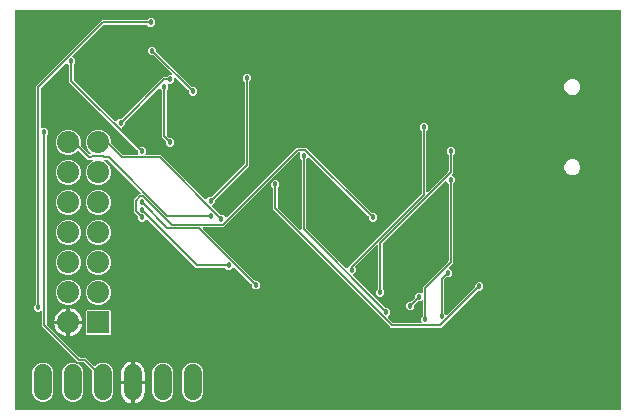
<source format=gbl>
G04 EAGLE Gerber RS-274X export*
G75*
%MOMM*%
%FSLAX34Y34*%
%LPD*%
%INBottom Copper*%
%IPPOS*%
%AMOC8*
5,1,8,0,0,1.08239X$1,22.5*%
G01*
%ADD10R,1.875000X1.875000*%
%ADD11C,1.875000*%
%ADD12C,1.524000*%
%ADD13C,0.457200*%
%ADD14C,0.127000*%

G36*
X514626Y510036D02*
X514626Y510036D01*
X514645Y510034D01*
X514747Y510056D01*
X514849Y510072D01*
X514866Y510082D01*
X514886Y510086D01*
X514975Y510139D01*
X515066Y510188D01*
X515080Y510202D01*
X515097Y510212D01*
X515164Y510291D01*
X515236Y510366D01*
X515244Y510384D01*
X515257Y510399D01*
X515296Y510495D01*
X515339Y510589D01*
X515341Y510609D01*
X515349Y510627D01*
X515367Y510794D01*
X515367Y848006D01*
X515364Y848026D01*
X515366Y848045D01*
X515344Y848147D01*
X515328Y848249D01*
X515318Y848266D01*
X515314Y848286D01*
X515261Y848375D01*
X515212Y848466D01*
X515198Y848480D01*
X515188Y848497D01*
X515109Y848564D01*
X515034Y848636D01*
X515016Y848644D01*
X515001Y848657D01*
X514905Y848696D01*
X514811Y848739D01*
X514791Y848741D01*
X514773Y848749D01*
X514606Y848767D01*
X2794Y848767D01*
X2774Y848764D01*
X2755Y848766D01*
X2653Y848744D01*
X2551Y848728D01*
X2534Y848718D01*
X2514Y848714D01*
X2425Y848661D01*
X2334Y848612D01*
X2320Y848598D01*
X2303Y848588D01*
X2236Y848509D01*
X2164Y848434D01*
X2156Y848416D01*
X2143Y848401D01*
X2104Y848305D01*
X2061Y848211D01*
X2059Y848191D01*
X2051Y848173D01*
X2033Y848006D01*
X2033Y510794D01*
X2036Y510774D01*
X2034Y510755D01*
X2056Y510653D01*
X2072Y510551D01*
X2082Y510534D01*
X2086Y510514D01*
X2139Y510425D01*
X2188Y510334D01*
X2202Y510320D01*
X2212Y510303D01*
X2291Y510236D01*
X2366Y510164D01*
X2384Y510156D01*
X2399Y510143D01*
X2495Y510104D01*
X2589Y510061D01*
X2609Y510059D01*
X2627Y510051D01*
X2794Y510033D01*
X514606Y510033D01*
X514626Y510036D01*
G37*
%LPC*%
G36*
X74432Y516889D02*
X74432Y516889D01*
X71164Y518243D01*
X68663Y520744D01*
X67309Y524012D01*
X67309Y542814D01*
X67322Y542869D01*
X67351Y542982D01*
X67350Y542988D01*
X67352Y542994D01*
X67341Y543111D01*
X67331Y543227D01*
X67329Y543233D01*
X67328Y543239D01*
X67280Y543347D01*
X67235Y543454D01*
X67231Y543459D01*
X67229Y543464D01*
X67216Y543478D01*
X67130Y543585D01*
X60394Y550321D01*
X60320Y550374D01*
X60250Y550434D01*
X60220Y550446D01*
X60194Y550465D01*
X60107Y550492D01*
X60022Y550526D01*
X59981Y550530D01*
X59959Y550537D01*
X59927Y550536D01*
X59855Y550544D01*
X55091Y550544D01*
X53751Y551884D01*
X24764Y580871D01*
X24764Y593206D01*
X24753Y593277D01*
X24751Y593349D01*
X24733Y593398D01*
X24725Y593449D01*
X24691Y593513D01*
X24666Y593580D01*
X24634Y593621D01*
X24609Y593667D01*
X24558Y593716D01*
X24513Y593772D01*
X24469Y593800D01*
X24431Y593836D01*
X24366Y593866D01*
X24306Y593905D01*
X24255Y593918D01*
X24208Y593940D01*
X24137Y593948D01*
X24067Y593965D01*
X24015Y593961D01*
X23964Y593967D01*
X23893Y593951D01*
X23822Y593946D01*
X23774Y593926D01*
X23723Y593914D01*
X23662Y593878D01*
X23596Y593850D01*
X23540Y593805D01*
X23512Y593788D01*
X23497Y593771D01*
X23465Y593745D01*
X23063Y593343D01*
X20117Y593343D01*
X18033Y595427D01*
X18033Y598373D01*
X19461Y599801D01*
X19514Y599875D01*
X19574Y599945D01*
X19586Y599975D01*
X19605Y600001D01*
X19632Y600088D01*
X19666Y600173D01*
X19670Y600214D01*
X19677Y600236D01*
X19676Y600268D01*
X19684Y600340D01*
X19684Y784379D01*
X75411Y840106D01*
X113400Y840106D01*
X113491Y840120D01*
X113581Y840128D01*
X113611Y840140D01*
X113643Y840145D01*
X113724Y840188D01*
X113808Y840224D01*
X113840Y840250D01*
X113861Y840261D01*
X113883Y840284D01*
X113939Y840329D01*
X115367Y841757D01*
X118313Y841757D01*
X120397Y839673D01*
X120397Y836727D01*
X118313Y834643D01*
X115367Y834643D01*
X113939Y836071D01*
X113865Y836124D01*
X113795Y836184D01*
X113765Y836196D01*
X113739Y836215D01*
X113652Y836242D01*
X113567Y836276D01*
X113526Y836280D01*
X113504Y836287D01*
X113472Y836286D01*
X113400Y836294D01*
X77305Y836294D01*
X77215Y836280D01*
X77124Y836272D01*
X77094Y836260D01*
X77062Y836255D01*
X76981Y836212D01*
X76897Y836176D01*
X76865Y836150D01*
X76845Y836139D01*
X76822Y836116D01*
X76766Y836071D01*
X50731Y810036D01*
X50690Y809978D01*
X50640Y809926D01*
X50618Y809879D01*
X50588Y809837D01*
X50567Y809768D01*
X50537Y809703D01*
X50531Y809651D01*
X50515Y809601D01*
X50517Y809530D01*
X50509Y809459D01*
X50520Y809408D01*
X50522Y809356D01*
X50546Y809288D01*
X50562Y809218D01*
X50588Y809173D01*
X50606Y809125D01*
X50651Y809069D01*
X50688Y809007D01*
X50727Y808973D01*
X50760Y808933D01*
X50820Y808894D01*
X50875Y808847D01*
X50905Y808835D01*
X53087Y806653D01*
X53087Y803707D01*
X51659Y802279D01*
X51606Y802205D01*
X51546Y802135D01*
X51534Y802105D01*
X51515Y802079D01*
X51488Y801992D01*
X51454Y801907D01*
X51450Y801866D01*
X51443Y801844D01*
X51444Y801812D01*
X51436Y801740D01*
X51436Y789775D01*
X51450Y789685D01*
X51458Y789594D01*
X51470Y789564D01*
X51475Y789532D01*
X51518Y789451D01*
X51554Y789367D01*
X51580Y789335D01*
X51591Y789315D01*
X51614Y789292D01*
X51659Y789236D01*
X86584Y754311D01*
X86642Y754270D01*
X86694Y754220D01*
X86741Y754198D01*
X86783Y754168D01*
X86852Y754147D01*
X86917Y754117D01*
X86969Y754111D01*
X87019Y754095D01*
X87090Y754097D01*
X87161Y754089D01*
X87212Y754100D01*
X87264Y754102D01*
X87332Y754126D01*
X87402Y754142D01*
X87447Y754168D01*
X87495Y754186D01*
X87551Y754231D01*
X87613Y754268D01*
X87647Y754307D01*
X87687Y754340D01*
X87726Y754400D01*
X87773Y754455D01*
X87785Y754485D01*
X89967Y756667D01*
X91986Y756667D01*
X92076Y756681D01*
X92167Y756689D01*
X92197Y756701D01*
X92229Y756706D01*
X92310Y756749D01*
X92394Y756785D01*
X92426Y756811D01*
X92446Y756822D01*
X92456Y756832D01*
X92457Y756833D01*
X92471Y756847D01*
X92525Y756890D01*
X127481Y791846D01*
X129910Y791846D01*
X130001Y791860D01*
X130091Y791868D01*
X130121Y791880D01*
X130153Y791885D01*
X130234Y791928D01*
X130318Y791964D01*
X130350Y791990D01*
X130371Y792001D01*
X130393Y792024D01*
X130449Y792069D01*
X131877Y793497D01*
X134150Y793497D01*
X134221Y793508D01*
X134293Y793510D01*
X134342Y793528D01*
X134393Y793536D01*
X134456Y793570D01*
X134524Y793595D01*
X134564Y793627D01*
X134610Y793652D01*
X134660Y793704D01*
X134716Y793748D01*
X134744Y793792D01*
X134780Y793830D01*
X134810Y793895D01*
X134849Y793955D01*
X134862Y794006D01*
X134883Y794053D01*
X134891Y794124D01*
X134909Y794194D01*
X134905Y794246D01*
X134911Y794297D01*
X134895Y794368D01*
X134890Y794439D01*
X134869Y794487D01*
X134858Y794538D01*
X134821Y794599D01*
X134793Y794665D01*
X134749Y794721D01*
X134732Y794749D01*
X134714Y794764D01*
X134689Y794796D01*
X119195Y810290D01*
X119121Y810343D01*
X119051Y810403D01*
X119021Y810415D01*
X118995Y810434D01*
X118908Y810461D01*
X118823Y810495D01*
X118782Y810499D01*
X118760Y810506D01*
X118728Y810505D01*
X118656Y810513D01*
X116637Y810513D01*
X114553Y812597D01*
X114553Y815543D01*
X116637Y817627D01*
X119583Y817627D01*
X121667Y815543D01*
X121667Y813524D01*
X121681Y813434D01*
X121689Y813343D01*
X121701Y813313D01*
X121706Y813281D01*
X121749Y813200D01*
X121785Y813116D01*
X121811Y813084D01*
X121822Y813064D01*
X121845Y813041D01*
X121890Y812985D01*
X151315Y783560D01*
X151389Y783507D01*
X151459Y783447D01*
X151489Y783435D01*
X151515Y783416D01*
X151602Y783389D01*
X151687Y783355D01*
X151728Y783351D01*
X151750Y783344D01*
X151782Y783345D01*
X151854Y783337D01*
X153873Y783337D01*
X155957Y781253D01*
X155957Y778307D01*
X153873Y776223D01*
X150927Y776223D01*
X148843Y778307D01*
X148843Y780326D01*
X148829Y780416D01*
X148821Y780507D01*
X148809Y780537D01*
X148804Y780569D01*
X148761Y780650D01*
X148725Y780734D01*
X148699Y780766D01*
X148688Y780786D01*
X148665Y780809D01*
X148620Y780865D01*
X138206Y791279D01*
X138148Y791320D01*
X138096Y791370D01*
X138049Y791392D01*
X138007Y791422D01*
X137938Y791443D01*
X137873Y791473D01*
X137821Y791479D01*
X137771Y791495D01*
X137700Y791493D01*
X137629Y791501D01*
X137578Y791490D01*
X137526Y791488D01*
X137458Y791464D01*
X137388Y791448D01*
X137343Y791422D01*
X137295Y791404D01*
X137239Y791359D01*
X137177Y791322D01*
X137143Y791283D01*
X137103Y791250D01*
X137064Y791190D01*
X137017Y791135D01*
X136998Y791087D01*
X136970Y791043D01*
X136952Y790974D01*
X136925Y790907D01*
X136917Y790836D01*
X136909Y790805D01*
X136911Y790781D01*
X136907Y790740D01*
X136907Y788467D01*
X134823Y786383D01*
X132345Y786383D01*
X132274Y786372D01*
X132202Y786370D01*
X132153Y786352D01*
X132102Y786344D01*
X132038Y786310D01*
X131971Y786285D01*
X131930Y786253D01*
X131884Y786228D01*
X131835Y786177D01*
X131779Y786132D01*
X131751Y786088D01*
X131715Y786050D01*
X131685Y785985D01*
X131646Y785925D01*
X131633Y785874D01*
X131611Y785827D01*
X131603Y785756D01*
X131586Y785686D01*
X131590Y785634D01*
X131584Y785583D01*
X131600Y785512D01*
X131605Y785441D01*
X131625Y785393D01*
X131637Y785342D01*
X131673Y785281D01*
X131701Y785215D01*
X131746Y785159D01*
X131763Y785131D01*
X131777Y785119D01*
X131780Y785114D01*
X131787Y785108D01*
X131806Y785084D01*
X131827Y785063D01*
X131827Y782117D01*
X130399Y780689D01*
X130346Y780615D01*
X130286Y780545D01*
X130274Y780515D01*
X130255Y780489D01*
X130228Y780402D01*
X130194Y780317D01*
X130190Y780276D01*
X130183Y780254D01*
X130184Y780222D01*
X130176Y780150D01*
X130176Y742785D01*
X130190Y742695D01*
X130198Y742604D01*
X130210Y742574D01*
X130215Y742542D01*
X130258Y742461D01*
X130294Y742377D01*
X130320Y742345D01*
X130331Y742325D01*
X130354Y742302D01*
X130399Y742246D01*
X132265Y740380D01*
X132339Y740327D01*
X132409Y740267D01*
X132439Y740255D01*
X132465Y740236D01*
X132552Y740209D01*
X132637Y740175D01*
X132678Y740171D01*
X132700Y740164D01*
X132732Y740165D01*
X132804Y740157D01*
X134823Y740157D01*
X136907Y738073D01*
X136907Y735127D01*
X134823Y733043D01*
X131877Y733043D01*
X129793Y735127D01*
X129793Y737146D01*
X129779Y737236D01*
X129771Y737327D01*
X129759Y737357D01*
X129754Y737389D01*
X129711Y737470D01*
X129675Y737554D01*
X129649Y737586D01*
X129638Y737606D01*
X129615Y737629D01*
X129570Y737685D01*
X126364Y740891D01*
X126364Y780150D01*
X126350Y780241D01*
X126342Y780331D01*
X126330Y780361D01*
X126325Y780393D01*
X126282Y780474D01*
X126246Y780558D01*
X126220Y780590D01*
X126209Y780611D01*
X126186Y780633D01*
X126141Y780689D01*
X124621Y782209D01*
X124615Y782224D01*
X124583Y782264D01*
X124558Y782310D01*
X124506Y782360D01*
X124462Y782416D01*
X124418Y782444D01*
X124380Y782480D01*
X124315Y782510D01*
X124255Y782549D01*
X124204Y782562D01*
X124157Y782583D01*
X124086Y782591D01*
X124016Y782609D01*
X123964Y782605D01*
X123913Y782611D01*
X123842Y782595D01*
X123771Y782590D01*
X123723Y782569D01*
X123672Y782558D01*
X123611Y782521D01*
X123545Y782493D01*
X123489Y782449D01*
X123461Y782432D01*
X123446Y782414D01*
X123414Y782389D01*
X95220Y754195D01*
X95167Y754121D01*
X95107Y754051D01*
X95095Y754021D01*
X95076Y753995D01*
X95049Y753908D01*
X95015Y753823D01*
X95011Y753782D01*
X95004Y753760D01*
X95005Y753728D01*
X94997Y753656D01*
X94997Y751637D01*
X92821Y749461D01*
X92806Y749455D01*
X92766Y749423D01*
X92720Y749398D01*
X92670Y749346D01*
X92614Y749302D01*
X92586Y749258D01*
X92550Y749220D01*
X92520Y749155D01*
X92481Y749095D01*
X92468Y749044D01*
X92447Y748997D01*
X92439Y748926D01*
X92421Y748856D01*
X92425Y748804D01*
X92419Y748753D01*
X92435Y748682D01*
X92440Y748611D01*
X92461Y748563D01*
X92472Y748512D01*
X92509Y748451D01*
X92537Y748385D01*
X92581Y748329D01*
X92598Y748301D01*
X92616Y748286D01*
X92641Y748254D01*
X108135Y732760D01*
X108209Y732707D01*
X108279Y732647D01*
X108309Y732635D01*
X108335Y732616D01*
X108422Y732589D01*
X108507Y732555D01*
X108548Y732551D01*
X108570Y732544D01*
X108602Y732545D01*
X108674Y732537D01*
X110693Y732537D01*
X112777Y730453D01*
X112777Y727507D01*
X112375Y727105D01*
X112333Y727047D01*
X112284Y726995D01*
X112262Y726948D01*
X112232Y726906D01*
X112211Y726837D01*
X112180Y726772D01*
X112175Y726720D01*
X112159Y726670D01*
X112161Y726599D01*
X112153Y726528D01*
X112164Y726477D01*
X112166Y726425D01*
X112190Y726357D01*
X112206Y726287D01*
X112232Y726242D01*
X112250Y726194D01*
X112295Y726138D01*
X112332Y726076D01*
X112371Y726042D01*
X112404Y726002D01*
X112464Y725963D01*
X112519Y725916D01*
X112567Y725897D01*
X112611Y725869D01*
X112680Y725851D01*
X112747Y725824D01*
X112818Y725816D01*
X112849Y725808D01*
X112873Y725810D01*
X112914Y725806D01*
X125249Y725806D01*
X126589Y724466D01*
X162784Y688271D01*
X162842Y688230D01*
X162894Y688180D01*
X162941Y688158D01*
X162983Y688128D01*
X163052Y688107D01*
X163117Y688077D01*
X163169Y688071D01*
X163219Y688055D01*
X163290Y688057D01*
X163361Y688049D01*
X163412Y688060D01*
X163464Y688062D01*
X163532Y688086D01*
X163602Y688102D01*
X163647Y688128D01*
X163695Y688146D01*
X163751Y688191D01*
X163813Y688228D01*
X163847Y688267D01*
X163887Y688300D01*
X163926Y688360D01*
X163973Y688415D01*
X163985Y688445D01*
X166167Y690627D01*
X168186Y690627D01*
X168276Y690641D01*
X168367Y690649D01*
X168397Y690661D01*
X168429Y690666D01*
X168510Y690709D01*
X168594Y690745D01*
X168626Y690771D01*
X168646Y690782D01*
X168669Y690805D01*
X168725Y690850D01*
X195991Y718116D01*
X196039Y718183D01*
X196043Y718187D01*
X196045Y718191D01*
X196104Y718260D01*
X196116Y718290D01*
X196135Y718316D01*
X196162Y718403D01*
X196196Y718488D01*
X196200Y718529D01*
X196207Y718551D01*
X196206Y718583D01*
X196214Y718655D01*
X196214Y787770D01*
X196200Y787861D01*
X196192Y787951D01*
X196180Y787981D01*
X196175Y788013D01*
X196132Y788094D01*
X196096Y788178D01*
X196070Y788210D01*
X196059Y788231D01*
X196036Y788253D01*
X195991Y788309D01*
X194563Y789737D01*
X194563Y792683D01*
X196647Y794767D01*
X199593Y794767D01*
X201677Y792683D01*
X201677Y789737D01*
X200249Y788309D01*
X200196Y788235D01*
X200136Y788165D01*
X200124Y788135D01*
X200105Y788109D01*
X200078Y788022D01*
X200044Y787937D01*
X200040Y787896D01*
X200033Y787874D01*
X200034Y787842D01*
X200026Y787770D01*
X200026Y716761D01*
X171420Y688155D01*
X171367Y688081D01*
X171307Y688011D01*
X171295Y687981D01*
X171276Y687955D01*
X171249Y687868D01*
X171215Y687783D01*
X171211Y687742D01*
X171204Y687720D01*
X171205Y687688D01*
X171197Y687616D01*
X171197Y685597D01*
X169021Y683421D01*
X169006Y683415D01*
X168965Y683383D01*
X168920Y683358D01*
X168870Y683307D01*
X168814Y683262D01*
X168786Y683218D01*
X168750Y683180D01*
X168720Y683115D01*
X168681Y683055D01*
X168668Y683004D01*
X168647Y682957D01*
X168639Y682886D01*
X168621Y682816D01*
X168625Y682764D01*
X168619Y682713D01*
X168635Y682642D01*
X168640Y682571D01*
X168661Y682523D01*
X168672Y682472D01*
X168709Y682411D01*
X168737Y682345D01*
X168781Y682289D01*
X168798Y682261D01*
X168816Y682246D01*
X168841Y682214D01*
X175445Y675610D01*
X175519Y675557D01*
X175589Y675497D01*
X175619Y675485D01*
X175645Y675466D01*
X175732Y675439D01*
X175817Y675405D01*
X175858Y675401D01*
X175880Y675394D01*
X175912Y675395D01*
X175984Y675387D01*
X178003Y675387D01*
X180179Y673211D01*
X180185Y673196D01*
X180217Y673156D01*
X180242Y673110D01*
X180294Y673060D01*
X180338Y673004D01*
X180382Y672976D01*
X180420Y672940D01*
X180485Y672910D01*
X180545Y672871D01*
X180596Y672858D01*
X180643Y672837D01*
X180714Y672829D01*
X180784Y672811D01*
X180836Y672815D01*
X180887Y672809D01*
X180958Y672825D01*
X181029Y672830D01*
X181077Y672851D01*
X181128Y672862D01*
X181189Y672899D01*
X181255Y672927D01*
X181311Y672971D01*
X181339Y672988D01*
X181354Y673006D01*
X181386Y673031D01*
X240511Y732156D01*
X248439Y732156D01*
X249779Y730817D01*
X249779Y730816D01*
X303715Y676880D01*
X303789Y676827D01*
X303859Y676767D01*
X303889Y676755D01*
X303915Y676736D01*
X304002Y676709D01*
X304087Y676675D01*
X304128Y676671D01*
X304150Y676664D01*
X304182Y676665D01*
X304254Y676657D01*
X306273Y676657D01*
X308357Y674573D01*
X308357Y671627D01*
X306273Y669543D01*
X303327Y669543D01*
X301243Y671627D01*
X301243Y673646D01*
X301229Y673736D01*
X301221Y673827D01*
X301209Y673857D01*
X301204Y673889D01*
X301161Y673970D01*
X301125Y674054D01*
X301099Y674086D01*
X301088Y674106D01*
X301065Y674129D01*
X301020Y674185D01*
X251236Y723969D01*
X251178Y724010D01*
X251126Y724060D01*
X251079Y724082D01*
X251037Y724112D01*
X250968Y724133D01*
X250903Y724163D01*
X250851Y724169D01*
X250801Y724185D01*
X250730Y724183D01*
X250659Y724191D01*
X250608Y724180D01*
X250556Y724178D01*
X250488Y724154D01*
X250418Y724138D01*
X250374Y724112D01*
X250325Y724094D01*
X250269Y724049D01*
X250207Y724012D01*
X250173Y723973D01*
X250133Y723940D01*
X250094Y723880D01*
X250047Y723825D01*
X250035Y723795D01*
X248509Y722269D01*
X248456Y722195D01*
X248396Y722125D01*
X248384Y722095D01*
X248365Y722069D01*
X248338Y721982D01*
X248304Y721897D01*
X248300Y721856D01*
X248293Y721834D01*
X248294Y721802D01*
X248286Y721730D01*
X248286Y664045D01*
X248300Y663955D01*
X248308Y663864D01*
X248320Y663834D01*
X248325Y663802D01*
X248368Y663721D01*
X248404Y663637D01*
X248430Y663605D01*
X248441Y663585D01*
X248464Y663562D01*
X248509Y663506D01*
X282164Y629851D01*
X282222Y629810D01*
X282274Y629760D01*
X282321Y629738D01*
X282363Y629708D01*
X282432Y629687D01*
X282497Y629657D01*
X282549Y629651D01*
X282599Y629635D01*
X282670Y629637D01*
X282741Y629629D01*
X282792Y629640D01*
X282844Y629642D01*
X282912Y629666D01*
X282982Y629682D01*
X283027Y629708D01*
X283075Y629726D01*
X283131Y629771D01*
X283193Y629808D01*
X283227Y629847D01*
X283267Y629880D01*
X283306Y629940D01*
X283353Y629995D01*
X283365Y630025D01*
X284891Y631551D01*
X284944Y631625D01*
X285004Y631695D01*
X285016Y631725D01*
X285035Y631751D01*
X285062Y631838D01*
X285096Y631923D01*
X285100Y631964D01*
X285101Y631966D01*
X286453Y633319D01*
X286454Y633319D01*
X345851Y692716D01*
X345904Y692790D01*
X345964Y692860D01*
X345976Y692890D01*
X345995Y692916D01*
X346022Y693003D01*
X346056Y693088D01*
X346060Y693129D01*
X346067Y693151D01*
X346066Y693183D01*
X346074Y693255D01*
X346074Y745860D01*
X346060Y745951D01*
X346052Y746041D01*
X346040Y746071D01*
X346035Y746103D01*
X345992Y746184D01*
X345956Y746268D01*
X345930Y746300D01*
X345919Y746321D01*
X345896Y746343D01*
X345851Y746399D01*
X344423Y747827D01*
X344423Y750773D01*
X346507Y752857D01*
X349453Y752857D01*
X351537Y750773D01*
X351537Y747827D01*
X350109Y746399D01*
X350056Y746325D01*
X349996Y746255D01*
X349984Y746225D01*
X349965Y746199D01*
X349938Y746112D01*
X349904Y746027D01*
X349900Y745986D01*
X349893Y745964D01*
X349894Y745932D01*
X349886Y745860D01*
X349886Y694779D01*
X349897Y694708D01*
X349899Y694636D01*
X349917Y694587D01*
X349925Y694536D01*
X349959Y694473D01*
X349984Y694405D01*
X350016Y694365D01*
X350041Y694319D01*
X350093Y694269D01*
X350137Y694213D01*
X350181Y694185D01*
X350219Y694149D01*
X350284Y694119D01*
X350344Y694080D01*
X350395Y694067D01*
X350442Y694046D01*
X350513Y694038D01*
X350583Y694020D01*
X350635Y694024D01*
X350686Y694018D01*
X350757Y694034D01*
X350828Y694039D01*
X350876Y694060D01*
X350927Y694071D01*
X350988Y694108D01*
X351054Y694136D01*
X351110Y694180D01*
X351138Y694197D01*
X351153Y694215D01*
X351185Y694240D01*
X368711Y711766D01*
X368764Y711840D01*
X368824Y711910D01*
X368836Y711940D01*
X368855Y711966D01*
X368882Y712053D01*
X368916Y712138D01*
X368920Y712179D01*
X368927Y712201D01*
X368926Y712233D01*
X368934Y712305D01*
X368934Y725540D01*
X368920Y725631D01*
X368912Y725721D01*
X368900Y725751D01*
X368895Y725783D01*
X368852Y725864D01*
X368816Y725948D01*
X368790Y725980D01*
X368779Y726001D01*
X368756Y726023D01*
X368711Y726079D01*
X367283Y727507D01*
X367283Y730453D01*
X369367Y732537D01*
X372313Y732537D01*
X374397Y730453D01*
X374397Y727507D01*
X372969Y726079D01*
X372916Y726005D01*
X372856Y725935D01*
X372844Y725905D01*
X372825Y725879D01*
X372798Y725792D01*
X372764Y725707D01*
X372760Y725666D01*
X372753Y725644D01*
X372754Y725612D01*
X372746Y725540D01*
X372746Y710411D01*
X372041Y709706D01*
X372000Y709648D01*
X371950Y709596D01*
X371928Y709549D01*
X371898Y709507D01*
X371877Y709438D01*
X371847Y709373D01*
X371841Y709321D01*
X371825Y709271D01*
X371827Y709200D01*
X371819Y709129D01*
X371830Y709078D01*
X371832Y709026D01*
X371856Y708958D01*
X371872Y708888D01*
X371898Y708843D01*
X371916Y708795D01*
X371961Y708739D01*
X371998Y708677D01*
X372037Y708643D01*
X372070Y708603D01*
X372130Y708564D01*
X372185Y708517D01*
X372215Y708505D01*
X374397Y706323D01*
X374397Y703377D01*
X372969Y701949D01*
X372916Y701875D01*
X372856Y701805D01*
X372844Y701775D01*
X372825Y701749D01*
X372798Y701662D01*
X372764Y701577D01*
X372760Y701536D01*
X372753Y701514D01*
X372754Y701482D01*
X372746Y701410D01*
X372746Y634211D01*
X369501Y630966D01*
X369460Y630908D01*
X369410Y630856D01*
X369388Y630809D01*
X369358Y630767D01*
X369337Y630698D01*
X369307Y630633D01*
X369301Y630581D01*
X369285Y630531D01*
X369287Y630460D01*
X369279Y630389D01*
X369290Y630338D01*
X369292Y630286D01*
X369316Y630218D01*
X369332Y630148D01*
X369358Y630103D01*
X369376Y630055D01*
X369421Y629999D01*
X369458Y629937D01*
X369497Y629903D01*
X369530Y629863D01*
X369590Y629824D01*
X369645Y629777D01*
X369675Y629765D01*
X371857Y627583D01*
X371857Y624637D01*
X369773Y622553D01*
X367754Y622553D01*
X367664Y622539D01*
X367573Y622531D01*
X367543Y622519D01*
X367511Y622514D01*
X367430Y622471D01*
X367346Y622435D01*
X367314Y622409D01*
X367294Y622398D01*
X367271Y622375D01*
X367215Y622330D01*
X365349Y620464D01*
X365296Y620390D01*
X365236Y620320D01*
X365224Y620290D01*
X365205Y620264D01*
X365178Y620177D01*
X365144Y620092D01*
X365140Y620051D01*
X365133Y620029D01*
X365134Y619997D01*
X365126Y619925D01*
X365126Y592720D01*
X365140Y592629D01*
X365148Y592539D01*
X365160Y592509D01*
X365165Y592477D01*
X365208Y592396D01*
X365244Y592312D01*
X365270Y592280D01*
X365281Y592259D01*
X365304Y592237D01*
X365349Y592181D01*
X366869Y590661D01*
X366875Y590646D01*
X366907Y590606D01*
X366932Y590560D01*
X366984Y590510D01*
X367028Y590454D01*
X367072Y590426D01*
X367110Y590390D01*
X367175Y590360D01*
X367235Y590321D01*
X367286Y590308D01*
X367333Y590287D01*
X367404Y590279D01*
X367474Y590261D01*
X367526Y590265D01*
X367577Y590259D01*
X367648Y590275D01*
X367719Y590280D01*
X367767Y590301D01*
X367818Y590312D01*
X367879Y590349D01*
X367945Y590377D01*
X368001Y590421D01*
X368029Y590438D01*
X368044Y590456D01*
X368076Y590481D01*
X391190Y613595D01*
X391243Y613669D01*
X391303Y613739D01*
X391315Y613769D01*
X391334Y613795D01*
X391361Y613882D01*
X391395Y613967D01*
X391399Y614008D01*
X391406Y614030D01*
X391405Y614062D01*
X391413Y614134D01*
X391413Y616153D01*
X393497Y618237D01*
X396443Y618237D01*
X398527Y616153D01*
X398527Y613207D01*
X396443Y611123D01*
X394424Y611123D01*
X394334Y611109D01*
X394243Y611101D01*
X394213Y611089D01*
X394181Y611084D01*
X394100Y611041D01*
X394016Y611005D01*
X393984Y610979D01*
X393964Y610968D01*
X393941Y610945D01*
X393885Y610900D01*
X362739Y579754D01*
X320521Y579754D01*
X220344Y679931D01*
X220344Y697600D01*
X220330Y697691D01*
X220322Y697781D01*
X220310Y697811D01*
X220305Y697843D01*
X220262Y697924D01*
X220226Y698008D01*
X220200Y698040D01*
X220189Y698061D01*
X220166Y698083D01*
X220121Y698139D01*
X218693Y699567D01*
X218693Y702513D01*
X220777Y704597D01*
X223723Y704597D01*
X225807Y702513D01*
X225807Y699567D01*
X224379Y698139D01*
X224326Y698065D01*
X224266Y697995D01*
X224254Y697965D01*
X224235Y697939D01*
X224208Y697852D01*
X224174Y697767D01*
X224170Y697726D01*
X224163Y697704D01*
X224164Y697672D01*
X224156Y697600D01*
X224156Y681825D01*
X224170Y681735D01*
X224178Y681644D01*
X224190Y681614D01*
X224195Y681582D01*
X224238Y681501D01*
X224274Y681417D01*
X224300Y681385D01*
X224311Y681365D01*
X224334Y681342D01*
X224379Y681286D01*
X243175Y662490D01*
X243233Y662449D01*
X243285Y662399D01*
X243332Y662377D01*
X243374Y662347D01*
X243443Y662326D01*
X243508Y662296D01*
X243560Y662290D01*
X243610Y662274D01*
X243681Y662276D01*
X243752Y662268D01*
X243803Y662279D01*
X243855Y662281D01*
X243923Y662305D01*
X243993Y662321D01*
X244038Y662347D01*
X244086Y662365D01*
X244142Y662410D01*
X244204Y662447D01*
X244238Y662486D01*
X244278Y662519D01*
X244317Y662579D01*
X244364Y662634D01*
X244383Y662682D01*
X244411Y662726D01*
X244429Y662795D01*
X244456Y662862D01*
X244464Y662933D01*
X244472Y662964D01*
X244470Y662988D01*
X244474Y663029D01*
X244474Y721730D01*
X244460Y721821D01*
X244452Y721911D01*
X244440Y721941D01*
X244435Y721973D01*
X244392Y722054D01*
X244356Y722138D01*
X244330Y722170D01*
X244319Y722191D01*
X244296Y722213D01*
X244251Y722269D01*
X242823Y723697D01*
X242823Y726643D01*
X243225Y727045D01*
X243267Y727103D01*
X243316Y727155D01*
X243338Y727202D01*
X243368Y727244D01*
X243389Y727313D01*
X243420Y727378D01*
X243425Y727430D01*
X243441Y727480D01*
X243439Y727551D01*
X243447Y727622D01*
X243436Y727673D01*
X243434Y727725D01*
X243410Y727793D01*
X243394Y727863D01*
X243368Y727908D01*
X243350Y727956D01*
X243305Y728012D01*
X243268Y728074D01*
X243229Y728108D01*
X243196Y728148D01*
X243136Y728187D01*
X243081Y728234D01*
X243033Y728253D01*
X242989Y728281D01*
X242920Y728299D01*
X242853Y728326D01*
X242782Y728334D01*
X242751Y728342D01*
X242727Y728340D01*
X242686Y728344D01*
X242405Y728344D01*
X242315Y728330D01*
X242224Y728322D01*
X242194Y728310D01*
X242162Y728305D01*
X242081Y728262D01*
X241997Y728226D01*
X241965Y728200D01*
X241945Y728189D01*
X241922Y728166D01*
X241866Y728121D01*
X178589Y664844D01*
X161379Y664844D01*
X161308Y664833D01*
X161236Y664831D01*
X161187Y664813D01*
X161136Y664805D01*
X161073Y664771D01*
X161005Y664746D01*
X160965Y664714D01*
X160919Y664689D01*
X160869Y664637D01*
X160813Y664593D01*
X160785Y664549D01*
X160749Y664511D01*
X160719Y664446D01*
X160680Y664386D01*
X160667Y664335D01*
X160646Y664288D01*
X160638Y664217D01*
X160620Y664147D01*
X160624Y664095D01*
X160618Y664044D01*
X160634Y663973D01*
X160639Y663902D01*
X160660Y663854D01*
X160671Y663803D01*
X160708Y663742D01*
X160736Y663676D01*
X160780Y663620D01*
X160797Y663592D01*
X160815Y663577D01*
X160840Y663545D01*
X204655Y619730D01*
X204729Y619677D01*
X204799Y619617D01*
X204829Y619605D01*
X204855Y619586D01*
X204942Y619559D01*
X205027Y619525D01*
X205068Y619521D01*
X205090Y619514D01*
X205122Y619515D01*
X205194Y619507D01*
X207213Y619507D01*
X209297Y617423D01*
X209297Y614477D01*
X207213Y612393D01*
X204267Y612393D01*
X202183Y614477D01*
X202183Y616496D01*
X202169Y616586D01*
X202161Y616677D01*
X202149Y616707D01*
X202144Y616739D01*
X202101Y616820D01*
X202065Y616904D01*
X202039Y616936D01*
X202028Y616956D01*
X202005Y616979D01*
X201960Y617035D01*
X187736Y631259D01*
X187678Y631300D01*
X187626Y631350D01*
X187579Y631372D01*
X187537Y631402D01*
X187468Y631423D01*
X187403Y631453D01*
X187351Y631459D01*
X187301Y631475D01*
X187230Y631473D01*
X187159Y631481D01*
X187108Y631470D01*
X187056Y631468D01*
X186988Y631444D01*
X186918Y631428D01*
X186873Y631402D01*
X186825Y631384D01*
X186769Y631339D01*
X186707Y631302D01*
X186673Y631263D01*
X186633Y631230D01*
X186594Y631170D01*
X186547Y631115D01*
X186535Y631085D01*
X184353Y628903D01*
X181407Y628903D01*
X179979Y630331D01*
X179905Y630384D01*
X179835Y630444D01*
X179805Y630456D01*
X179779Y630475D01*
X179692Y630502D01*
X179607Y630536D01*
X179566Y630540D01*
X179544Y630547D01*
X179512Y630546D01*
X179440Y630554D01*
X155421Y630554D01*
X114076Y671899D01*
X114018Y671940D01*
X113966Y671990D01*
X113919Y672012D01*
X113877Y672042D01*
X113808Y672063D01*
X113743Y672093D01*
X113691Y672099D01*
X113641Y672115D01*
X113570Y672113D01*
X113499Y672121D01*
X113448Y672110D01*
X113396Y672108D01*
X113328Y672084D01*
X113258Y672068D01*
X113213Y672042D01*
X113165Y672024D01*
X113109Y671979D01*
X113047Y671942D01*
X113013Y671903D01*
X112973Y671870D01*
X112934Y671810D01*
X112887Y671755D01*
X112875Y671725D01*
X110693Y669543D01*
X107747Y669543D01*
X105663Y671627D01*
X105663Y673646D01*
X105649Y673736D01*
X105641Y673827D01*
X105629Y673857D01*
X105624Y673889D01*
X105581Y673970D01*
X105545Y674054D01*
X105519Y674086D01*
X105508Y674106D01*
X105485Y674129D01*
X105440Y674185D01*
X102234Y677391D01*
X102234Y687859D01*
X107161Y692786D01*
X107861Y692786D01*
X107932Y692797D01*
X108004Y692799D01*
X108053Y692817D01*
X108104Y692825D01*
X108167Y692859D01*
X108235Y692884D01*
X108275Y692916D01*
X108321Y692941D01*
X108371Y692993D01*
X108427Y693037D01*
X108455Y693081D01*
X108491Y693119D01*
X108521Y693184D01*
X108560Y693244D01*
X108573Y693295D01*
X108594Y693342D01*
X108602Y693413D01*
X108620Y693483D01*
X108616Y693535D01*
X108622Y693586D01*
X108606Y693657D01*
X108601Y693728D01*
X108580Y693776D01*
X108569Y693827D01*
X108532Y693888D01*
X108504Y693954D01*
X108460Y694010D01*
X108443Y694038D01*
X108425Y694053D01*
X108400Y694085D01*
X80714Y721771D01*
X80640Y721824D01*
X80570Y721884D01*
X80540Y721896D01*
X80514Y721915D01*
X80427Y721942D01*
X80342Y721976D01*
X80301Y721980D01*
X80279Y721987D01*
X80247Y721986D01*
X80175Y721994D01*
X77976Y721994D01*
X77880Y721979D01*
X77783Y721969D01*
X77759Y721959D01*
X77733Y721955D01*
X77647Y721909D01*
X77558Y721869D01*
X77539Y721852D01*
X77516Y721839D01*
X77449Y721769D01*
X77377Y721703D01*
X77365Y721680D01*
X77347Y721661D01*
X77305Y721573D01*
X77259Y721487D01*
X77254Y721462D01*
X77243Y721438D01*
X77232Y721341D01*
X77215Y721245D01*
X77219Y721219D01*
X77216Y721194D01*
X77236Y721098D01*
X77251Y721002D01*
X77263Y720979D01*
X77268Y720953D01*
X77318Y720870D01*
X77362Y720783D01*
X77381Y720764D01*
X77394Y720742D01*
X77468Y720679D01*
X77538Y720611D01*
X77566Y720595D01*
X77581Y720582D01*
X77612Y720570D01*
X77685Y720530D01*
X78420Y720225D01*
X81415Y717230D01*
X83036Y713318D01*
X83036Y709082D01*
X81415Y705170D01*
X78420Y702175D01*
X74508Y700554D01*
X70272Y700554D01*
X66360Y702175D01*
X63365Y705170D01*
X61744Y709082D01*
X61744Y713318D01*
X63365Y717230D01*
X66360Y720225D01*
X67095Y720530D01*
X67178Y720581D01*
X67264Y720627D01*
X67282Y720646D01*
X67304Y720659D01*
X67366Y720734D01*
X67433Y720805D01*
X67444Y720829D01*
X67461Y720849D01*
X67496Y720940D01*
X67537Y721028D01*
X67540Y721054D01*
X67549Y721078D01*
X67553Y721176D01*
X67564Y721272D01*
X67559Y721298D01*
X67560Y721324D01*
X67533Y721418D01*
X67512Y721513D01*
X67499Y721535D01*
X67491Y721560D01*
X67436Y721640D01*
X67386Y721724D01*
X67366Y721741D01*
X67351Y721762D01*
X67273Y721821D01*
X67199Y721884D01*
X67175Y721894D01*
X67154Y721909D01*
X67061Y721939D01*
X66971Y721976D01*
X66938Y721979D01*
X66920Y721985D01*
X66887Y721985D01*
X66804Y721994D01*
X63981Y721994D01*
X56248Y729726D01*
X56232Y729738D01*
X56220Y729754D01*
X56133Y729810D01*
X56049Y729870D01*
X56030Y729876D01*
X56013Y729887D01*
X55912Y729912D01*
X55814Y729942D01*
X55794Y729942D01*
X55774Y729947D01*
X55671Y729939D01*
X55568Y729936D01*
X55549Y729929D01*
X55529Y729928D01*
X55434Y729887D01*
X55337Y729852D01*
X55321Y729839D01*
X55303Y729831D01*
X55172Y729726D01*
X53020Y727575D01*
X49108Y725954D01*
X44872Y725954D01*
X40960Y727575D01*
X37965Y730570D01*
X36344Y734482D01*
X36344Y738718D01*
X37965Y742630D01*
X40960Y745625D01*
X44872Y747246D01*
X49108Y747246D01*
X53020Y745625D01*
X56015Y742630D01*
X57636Y738718D01*
X57636Y734482D01*
X57610Y734420D01*
X57583Y734306D01*
X57555Y734193D01*
X57555Y734187D01*
X57554Y734180D01*
X57565Y734064D01*
X57574Y733948D01*
X57576Y733942D01*
X57577Y733936D01*
X57625Y733828D01*
X57670Y733721D01*
X57675Y733715D01*
X57677Y733711D01*
X57689Y733697D01*
X57775Y733590D01*
X64867Y726498D01*
X64883Y726487D01*
X64895Y726471D01*
X64983Y726415D01*
X65066Y726355D01*
X65085Y726349D01*
X65102Y726338D01*
X65203Y726313D01*
X65302Y726282D01*
X65321Y726283D01*
X65341Y726278D01*
X65444Y726286D01*
X65547Y726289D01*
X65566Y726296D01*
X65586Y726297D01*
X65681Y726338D01*
X65778Y726373D01*
X65794Y726386D01*
X65812Y726394D01*
X65943Y726498D01*
X66151Y726707D01*
X66163Y726723D01*
X66179Y726735D01*
X66235Y726823D01*
X66295Y726906D01*
X66301Y726925D01*
X66312Y726942D01*
X66337Y727043D01*
X66367Y727141D01*
X66367Y727161D01*
X66372Y727181D01*
X66364Y727284D01*
X66361Y727387D01*
X66354Y727406D01*
X66353Y727426D01*
X66312Y727521D01*
X66277Y727618D01*
X66264Y727634D01*
X66256Y727652D01*
X66151Y727783D01*
X63365Y730570D01*
X61744Y734482D01*
X61744Y738718D01*
X63365Y742630D01*
X66360Y745625D01*
X70272Y747246D01*
X74508Y747246D01*
X78420Y745625D01*
X81415Y742630D01*
X83036Y738718D01*
X83036Y736585D01*
X83050Y736495D01*
X83058Y736404D01*
X83070Y736374D01*
X83075Y736342D01*
X83118Y736261D01*
X83154Y736177D01*
X83180Y736145D01*
X83191Y736125D01*
X83214Y736102D01*
X83259Y736046D01*
X93276Y726029D01*
X93350Y725976D01*
X93420Y725916D01*
X93450Y725904D01*
X93476Y725885D01*
X93563Y725858D01*
X93648Y725824D01*
X93689Y725820D01*
X93711Y725813D01*
X93743Y725814D01*
X93815Y725806D01*
X105526Y725806D01*
X105597Y725817D01*
X105669Y725819D01*
X105718Y725837D01*
X105769Y725845D01*
X105833Y725879D01*
X105900Y725904D01*
X105941Y725936D01*
X105987Y725961D01*
X106036Y726012D01*
X106092Y726057D01*
X106120Y726101D01*
X106156Y726139D01*
X106186Y726204D01*
X106225Y726264D01*
X106238Y726315D01*
X106260Y726362D01*
X106268Y726433D01*
X106285Y726503D01*
X106281Y726555D01*
X106287Y726606D01*
X106271Y726677D01*
X106266Y726748D01*
X106246Y726796D01*
X106234Y726847D01*
X106198Y726908D01*
X106170Y726974D01*
X106125Y727030D01*
X106108Y727058D01*
X106091Y727073D01*
X106065Y727105D01*
X105663Y727507D01*
X105663Y729526D01*
X105649Y729616D01*
X105641Y729707D01*
X105629Y729737D01*
X105624Y729769D01*
X105581Y729850D01*
X105545Y729934D01*
X105519Y729966D01*
X105508Y729986D01*
X105485Y730009D01*
X105440Y730065D01*
X47624Y787881D01*
X47624Y801740D01*
X47610Y801831D01*
X47602Y801921D01*
X47590Y801951D01*
X47585Y801983D01*
X47542Y802064D01*
X47506Y802148D01*
X47480Y802180D01*
X47469Y802201D01*
X47446Y802223D01*
X47401Y802279D01*
X45881Y803799D01*
X45875Y803814D01*
X45843Y803854D01*
X45818Y803900D01*
X45766Y803950D01*
X45722Y804006D01*
X45678Y804034D01*
X45640Y804070D01*
X45575Y804100D01*
X45515Y804139D01*
X45464Y804152D01*
X45417Y804173D01*
X45346Y804181D01*
X45276Y804199D01*
X45224Y804195D01*
X45173Y804201D01*
X45102Y804185D01*
X45031Y804180D01*
X44983Y804159D01*
X44932Y804148D01*
X44871Y804111D01*
X44805Y804083D01*
X44749Y804039D01*
X44721Y804022D01*
X44706Y804004D01*
X44674Y803979D01*
X23719Y783024D01*
X23666Y782950D01*
X23606Y782880D01*
X23594Y782850D01*
X23575Y782824D01*
X23548Y782737D01*
X23514Y782652D01*
X23510Y782611D01*
X23503Y782589D01*
X23504Y782557D01*
X23496Y782485D01*
X23496Y749184D01*
X23507Y749113D01*
X23509Y749041D01*
X23527Y748992D01*
X23535Y748941D01*
X23569Y748877D01*
X23594Y748810D01*
X23626Y748769D01*
X23651Y748723D01*
X23702Y748674D01*
X23747Y748618D01*
X23791Y748590D01*
X23829Y748554D01*
X23894Y748524D01*
X23954Y748485D01*
X24005Y748472D01*
X24052Y748450D01*
X24123Y748442D01*
X24193Y748425D01*
X24245Y748429D01*
X24296Y748423D01*
X24367Y748439D01*
X24438Y748444D01*
X24486Y748464D01*
X24537Y748476D01*
X24598Y748512D01*
X24664Y748540D01*
X24720Y748585D01*
X24748Y748602D01*
X24763Y748619D01*
X24795Y748645D01*
X25197Y749047D01*
X28143Y749047D01*
X30227Y746963D01*
X30227Y744017D01*
X28799Y742589D01*
X28746Y742515D01*
X28686Y742445D01*
X28674Y742415D01*
X28655Y742389D01*
X28628Y742302D01*
X28594Y742217D01*
X28590Y742176D01*
X28583Y742154D01*
X28584Y742122D01*
X28576Y742050D01*
X28576Y582765D01*
X28590Y582675D01*
X28598Y582584D01*
X28610Y582554D01*
X28615Y582522D01*
X28658Y582441D01*
X28694Y582357D01*
X28720Y582325D01*
X28731Y582305D01*
X28754Y582282D01*
X28799Y582226D01*
X56446Y554579D01*
X56520Y554526D01*
X56590Y554466D01*
X56620Y554454D01*
X56646Y554435D01*
X56733Y554408D01*
X56818Y554374D01*
X56859Y554370D01*
X56881Y554363D01*
X56913Y554364D01*
X56985Y554356D01*
X61749Y554356D01*
X68818Y547288D01*
X68834Y547276D01*
X68846Y547260D01*
X68933Y547204D01*
X69017Y547144D01*
X69036Y547138D01*
X69053Y547127D01*
X69154Y547102D01*
X69252Y547072D01*
X69272Y547072D01*
X69292Y547067D01*
X69395Y547075D01*
X69498Y547078D01*
X69517Y547085D01*
X69537Y547086D01*
X69632Y547127D01*
X69729Y547162D01*
X69745Y547175D01*
X69763Y547183D01*
X69894Y547288D01*
X71164Y548557D01*
X74432Y549911D01*
X77968Y549911D01*
X81236Y548557D01*
X83737Y546056D01*
X85091Y542788D01*
X85091Y524012D01*
X83737Y520744D01*
X81236Y518243D01*
X77968Y516889D01*
X74432Y516889D01*
G37*
%LPD*%
G36*
X345627Y583577D02*
X345627Y583577D01*
X345699Y583579D01*
X345748Y583597D01*
X345799Y583605D01*
X345863Y583639D01*
X345930Y583664D01*
X345971Y583696D01*
X346017Y583721D01*
X346066Y583772D01*
X346122Y583817D01*
X346150Y583861D01*
X346186Y583899D01*
X346216Y583964D01*
X346255Y584024D01*
X346268Y584075D01*
X346290Y584122D01*
X346298Y584193D01*
X346315Y584263D01*
X346311Y584315D01*
X346317Y584366D01*
X346301Y584437D01*
X346296Y584508D01*
X346276Y584556D01*
X346264Y584607D01*
X346228Y584668D01*
X346200Y584734D01*
X346155Y584790D01*
X346138Y584818D01*
X346121Y584833D01*
X346095Y584865D01*
X345693Y585267D01*
X345693Y588213D01*
X347121Y589641D01*
X347174Y589715D01*
X347234Y589785D01*
X347246Y589815D01*
X347265Y589841D01*
X347292Y589928D01*
X347326Y590013D01*
X347330Y590054D01*
X347337Y590076D01*
X347336Y590108D01*
X347344Y590180D01*
X347344Y602096D01*
X347333Y602167D01*
X347331Y602239D01*
X347313Y602288D01*
X347305Y602339D01*
X347271Y602403D01*
X347246Y602470D01*
X347214Y602511D01*
X347189Y602557D01*
X347138Y602606D01*
X347093Y602662D01*
X347049Y602690D01*
X347011Y602726D01*
X346946Y602756D01*
X346886Y602795D01*
X346835Y602808D01*
X346788Y602830D01*
X346717Y602838D01*
X346647Y602855D01*
X346595Y602851D01*
X346544Y602857D01*
X346473Y602841D01*
X346402Y602836D01*
X346354Y602816D01*
X346303Y602804D01*
X346242Y602768D01*
X346176Y602740D01*
X346120Y602695D01*
X346092Y602678D01*
X346077Y602661D01*
X346045Y602635D01*
X345643Y602233D01*
X343624Y602233D01*
X343534Y602219D01*
X343443Y602211D01*
X343413Y602199D01*
X343381Y602194D01*
X343300Y602151D01*
X343216Y602115D01*
X343184Y602089D01*
X343164Y602078D01*
X343141Y602055D01*
X343085Y602010D01*
X340330Y599255D01*
X340277Y599181D01*
X340217Y599111D01*
X340205Y599081D01*
X340186Y599055D01*
X340159Y598968D01*
X340125Y598883D01*
X340121Y598842D01*
X340114Y598820D01*
X340115Y598788D01*
X340107Y598716D01*
X340107Y596697D01*
X338023Y594613D01*
X335077Y594613D01*
X332993Y596697D01*
X332993Y599643D01*
X335077Y601727D01*
X337096Y601727D01*
X337186Y601741D01*
X337277Y601749D01*
X337307Y601761D01*
X337339Y601766D01*
X337420Y601809D01*
X337504Y601845D01*
X337536Y601871D01*
X337556Y601882D01*
X337579Y601905D01*
X337635Y601950D01*
X340390Y604705D01*
X340443Y604779D01*
X340503Y604849D01*
X340515Y604879D01*
X340534Y604905D01*
X340561Y604992D01*
X340595Y605077D01*
X340599Y605118D01*
X340606Y605140D01*
X340605Y605172D01*
X340613Y605244D01*
X340613Y607263D01*
X342697Y609347D01*
X345643Y609347D01*
X346045Y608945D01*
X346103Y608903D01*
X346155Y608854D01*
X346202Y608832D01*
X346244Y608802D01*
X346313Y608781D01*
X346378Y608750D01*
X346430Y608745D01*
X346480Y608729D01*
X346551Y608731D01*
X346622Y608723D01*
X346673Y608734D01*
X346725Y608736D01*
X346793Y608760D01*
X346863Y608776D01*
X346908Y608802D01*
X346956Y608820D01*
X347012Y608865D01*
X347074Y608902D01*
X347108Y608941D01*
X347148Y608974D01*
X347187Y609034D01*
X347234Y609089D01*
X347253Y609137D01*
X347281Y609181D01*
X347299Y609250D01*
X347326Y609317D01*
X347334Y609388D01*
X347342Y609419D01*
X347340Y609443D01*
X347344Y609484D01*
X347344Y614199D01*
X368711Y635566D01*
X368764Y635640D01*
X368824Y635710D01*
X368836Y635740D01*
X368855Y635766D01*
X368882Y635853D01*
X368916Y635938D01*
X368920Y635979D01*
X368927Y636001D01*
X368926Y636033D01*
X368934Y636105D01*
X368934Y701410D01*
X368920Y701501D01*
X368912Y701591D01*
X368900Y701621D01*
X368895Y701653D01*
X368852Y701734D01*
X368816Y701818D01*
X368790Y701850D01*
X368779Y701871D01*
X368756Y701893D01*
X368711Y701949D01*
X367191Y703469D01*
X367185Y703484D01*
X367153Y703524D01*
X367128Y703570D01*
X367076Y703620D01*
X367032Y703676D01*
X366988Y703704D01*
X366950Y703740D01*
X366885Y703770D01*
X366825Y703809D01*
X366774Y703822D01*
X366727Y703843D01*
X366656Y703851D01*
X366586Y703869D01*
X366534Y703865D01*
X366483Y703871D01*
X366412Y703855D01*
X366341Y703850D01*
X366293Y703829D01*
X366242Y703818D01*
X366181Y703781D01*
X366115Y703753D01*
X366059Y703709D01*
X366031Y703692D01*
X366016Y703674D01*
X365984Y703649D01*
X313279Y650944D01*
X313226Y650870D01*
X313166Y650800D01*
X313154Y650770D01*
X313135Y650744D01*
X313108Y650657D01*
X313074Y650572D01*
X313070Y650531D01*
X313063Y650509D01*
X313064Y650477D01*
X313056Y650405D01*
X313056Y613040D01*
X313070Y612949D01*
X313078Y612859D01*
X313090Y612829D01*
X313095Y612797D01*
X313138Y612716D01*
X313174Y612632D01*
X313200Y612600D01*
X313211Y612579D01*
X313234Y612557D01*
X313279Y612501D01*
X314707Y611073D01*
X314707Y608127D01*
X312623Y606043D01*
X309677Y606043D01*
X307593Y608127D01*
X307593Y611073D01*
X309021Y612501D01*
X309074Y612575D01*
X309134Y612645D01*
X309146Y612675D01*
X309165Y612701D01*
X309192Y612788D01*
X309226Y612873D01*
X309230Y612914D01*
X309237Y612936D01*
X309236Y612968D01*
X309244Y613040D01*
X309244Y648881D01*
X309233Y648952D01*
X309231Y649024D01*
X309213Y649073D01*
X309205Y649124D01*
X309171Y649187D01*
X309146Y649255D01*
X309114Y649296D01*
X309089Y649341D01*
X309038Y649391D01*
X308993Y649447D01*
X308949Y649475D01*
X308911Y649511D01*
X308846Y649541D01*
X308786Y649580D01*
X308735Y649593D01*
X308688Y649614D01*
X308617Y649622D01*
X308547Y649640D01*
X308495Y649636D01*
X308444Y649642D01*
X308373Y649626D01*
X308302Y649621D01*
X308254Y649600D01*
X308203Y649589D01*
X308142Y649552D01*
X308076Y649524D01*
X308020Y649480D01*
X307992Y649463D01*
X307977Y649445D01*
X307945Y649420D01*
X290151Y631626D01*
X290139Y631610D01*
X290124Y631597D01*
X290067Y631510D01*
X290007Y631426D01*
X290001Y631407D01*
X289991Y631390D01*
X289965Y631290D01*
X289935Y631191D01*
X289935Y631171D01*
X289931Y631152D01*
X289939Y631049D01*
X289941Y630945D01*
X289948Y630926D01*
X289950Y630906D01*
X289990Y630812D01*
X289997Y630793D01*
X289997Y630792D01*
X289998Y630791D01*
X290026Y630714D01*
X290038Y630698D01*
X290046Y630680D01*
X290116Y630593D01*
X290123Y630581D01*
X290131Y630574D01*
X290151Y630549D01*
X290577Y630123D01*
X290577Y627177D01*
X288401Y625001D01*
X288386Y624995D01*
X288346Y624963D01*
X288300Y624938D01*
X288250Y624886D01*
X288194Y624842D01*
X288166Y624798D01*
X288130Y624760D01*
X288100Y624695D01*
X288061Y624635D01*
X288048Y624584D01*
X288027Y624537D01*
X288019Y624466D01*
X288001Y624396D01*
X288005Y624344D01*
X287999Y624293D01*
X288015Y624222D01*
X288020Y624151D01*
X288041Y624103D01*
X288052Y624052D01*
X288089Y623991D01*
X288117Y623925D01*
X288161Y623869D01*
X288178Y623841D01*
X288196Y623826D01*
X288221Y623794D01*
X315145Y596870D01*
X315219Y596817D01*
X315289Y596757D01*
X315319Y596745D01*
X315345Y596726D01*
X315432Y596699D01*
X315517Y596665D01*
X315558Y596661D01*
X315580Y596654D01*
X315612Y596655D01*
X315684Y596647D01*
X317703Y596647D01*
X319787Y594563D01*
X319787Y591617D01*
X317611Y589441D01*
X317596Y589435D01*
X317556Y589403D01*
X317510Y589378D01*
X317460Y589326D01*
X317404Y589282D01*
X317376Y589238D01*
X317340Y589200D01*
X317310Y589135D01*
X317271Y589075D01*
X317258Y589024D01*
X317237Y588977D01*
X317229Y588906D01*
X317211Y588836D01*
X317215Y588784D01*
X317209Y588733D01*
X317225Y588662D01*
X317230Y588591D01*
X317251Y588543D01*
X317262Y588492D01*
X317299Y588431D01*
X317327Y588365D01*
X317371Y588309D01*
X317388Y588281D01*
X317406Y588266D01*
X317431Y588234D01*
X321876Y583789D01*
X321950Y583736D01*
X322020Y583676D01*
X322050Y583664D01*
X322076Y583645D01*
X322163Y583618D01*
X322248Y583584D01*
X322289Y583580D01*
X322311Y583573D01*
X322343Y583574D01*
X322415Y583566D01*
X345556Y583566D01*
X345627Y583577D01*
G37*
%LPC*%
G36*
X49032Y516889D02*
X49032Y516889D01*
X45764Y518243D01*
X43263Y520744D01*
X41909Y524012D01*
X41909Y542788D01*
X43263Y546056D01*
X45764Y548557D01*
X49032Y549911D01*
X52568Y549911D01*
X54420Y549144D01*
X54473Y549131D01*
X54502Y549120D01*
X54575Y549080D01*
X55836Y548557D01*
X58337Y546056D01*
X59691Y542788D01*
X59691Y524012D01*
X58337Y520744D01*
X55836Y518243D01*
X52568Y516889D01*
X49032Y516889D01*
G37*
%LPD*%
%LPC*%
G36*
X150632Y516889D02*
X150632Y516889D01*
X147364Y518243D01*
X144863Y520744D01*
X143509Y524012D01*
X143509Y542788D01*
X144863Y546056D01*
X147364Y548557D01*
X150632Y549911D01*
X154168Y549911D01*
X157436Y548557D01*
X159937Y546056D01*
X161291Y542788D01*
X161291Y524012D01*
X159937Y520744D01*
X157436Y518243D01*
X154168Y516889D01*
X150632Y516889D01*
G37*
%LPD*%
%LPC*%
G36*
X125232Y516889D02*
X125232Y516889D01*
X121964Y518243D01*
X119463Y520744D01*
X118109Y524012D01*
X118109Y542788D01*
X119463Y546056D01*
X121964Y548557D01*
X125232Y549911D01*
X128768Y549911D01*
X132036Y548557D01*
X134537Y546056D01*
X135891Y542788D01*
X135891Y524012D01*
X134537Y520744D01*
X132036Y518243D01*
X128768Y516889D01*
X125232Y516889D01*
G37*
%LPD*%
%LPC*%
G36*
X23632Y516889D02*
X23632Y516889D01*
X20364Y518243D01*
X17863Y520744D01*
X16509Y524012D01*
X16509Y542788D01*
X17863Y546056D01*
X20364Y548557D01*
X23632Y549911D01*
X27168Y549911D01*
X30436Y548557D01*
X32937Y546056D01*
X34291Y542788D01*
X34291Y524012D01*
X32937Y520744D01*
X30436Y518243D01*
X27168Y516889D01*
X23632Y516889D01*
G37*
%LPD*%
%LPC*%
G36*
X62489Y573554D02*
X62489Y573554D01*
X61744Y574299D01*
X61744Y594101D01*
X62489Y594846D01*
X82291Y594846D01*
X83036Y594101D01*
X83036Y574299D01*
X82291Y573554D01*
X62489Y573554D01*
G37*
%LPD*%
%LPC*%
G36*
X44872Y700554D02*
X44872Y700554D01*
X40960Y702175D01*
X37965Y705170D01*
X36344Y709082D01*
X36344Y713318D01*
X37965Y717230D01*
X40960Y720225D01*
X44872Y721846D01*
X49108Y721846D01*
X53020Y720225D01*
X56015Y717230D01*
X57636Y713318D01*
X57636Y709082D01*
X56015Y705170D01*
X53020Y702175D01*
X49108Y700554D01*
X44872Y700554D01*
G37*
%LPD*%
%LPC*%
G36*
X44872Y675154D02*
X44872Y675154D01*
X40960Y676775D01*
X37965Y679770D01*
X36344Y683682D01*
X36344Y687918D01*
X37965Y691830D01*
X40960Y694825D01*
X44872Y696446D01*
X49108Y696446D01*
X53020Y694825D01*
X56015Y691830D01*
X57636Y687918D01*
X57636Y683682D01*
X56015Y679770D01*
X53020Y676775D01*
X49108Y675154D01*
X44872Y675154D01*
G37*
%LPD*%
%LPC*%
G36*
X70272Y675154D02*
X70272Y675154D01*
X66360Y676775D01*
X63365Y679770D01*
X61744Y683682D01*
X61744Y687918D01*
X63365Y691830D01*
X66360Y694825D01*
X70272Y696446D01*
X74508Y696446D01*
X78420Y694825D01*
X81415Y691830D01*
X83036Y687918D01*
X83036Y683682D01*
X81415Y679770D01*
X78420Y676775D01*
X74508Y675154D01*
X70272Y675154D01*
G37*
%LPD*%
%LPC*%
G36*
X44872Y649754D02*
X44872Y649754D01*
X40960Y651375D01*
X37965Y654370D01*
X36344Y658282D01*
X36344Y662518D01*
X37965Y666430D01*
X40960Y669425D01*
X44872Y671046D01*
X49108Y671046D01*
X53020Y669425D01*
X56015Y666430D01*
X57636Y662518D01*
X57636Y658282D01*
X56015Y654370D01*
X53020Y651375D01*
X49108Y649754D01*
X44872Y649754D01*
G37*
%LPD*%
%LPC*%
G36*
X70272Y649754D02*
X70272Y649754D01*
X66360Y651375D01*
X63365Y654370D01*
X61744Y658282D01*
X61744Y662518D01*
X63365Y666430D01*
X66360Y669425D01*
X70272Y671046D01*
X74508Y671046D01*
X78420Y669425D01*
X81415Y666430D01*
X83036Y662518D01*
X83036Y658282D01*
X81415Y654370D01*
X78420Y651375D01*
X74508Y649754D01*
X70272Y649754D01*
G37*
%LPD*%
%LPC*%
G36*
X44872Y624354D02*
X44872Y624354D01*
X40960Y625975D01*
X37965Y628970D01*
X36344Y632882D01*
X36344Y637118D01*
X37965Y641030D01*
X40960Y644025D01*
X44872Y645646D01*
X49108Y645646D01*
X53020Y644025D01*
X56015Y641030D01*
X57636Y637118D01*
X57636Y632882D01*
X56015Y628970D01*
X53020Y625975D01*
X49108Y624354D01*
X44872Y624354D01*
G37*
%LPD*%
%LPC*%
G36*
X70272Y624354D02*
X70272Y624354D01*
X66360Y625975D01*
X63365Y628970D01*
X61744Y632882D01*
X61744Y637118D01*
X63365Y641030D01*
X66360Y644025D01*
X70272Y645646D01*
X74508Y645646D01*
X78420Y644025D01*
X81415Y641030D01*
X83036Y637118D01*
X83036Y632882D01*
X81415Y628970D01*
X78420Y625975D01*
X74508Y624354D01*
X70272Y624354D01*
G37*
%LPD*%
%LPC*%
G36*
X44872Y598954D02*
X44872Y598954D01*
X40960Y600575D01*
X37965Y603570D01*
X36344Y607482D01*
X36344Y611718D01*
X37965Y615630D01*
X40960Y618625D01*
X44872Y620246D01*
X49108Y620246D01*
X53020Y618625D01*
X56015Y615630D01*
X57636Y611718D01*
X57636Y607482D01*
X56015Y603570D01*
X53020Y600575D01*
X49108Y598954D01*
X44872Y598954D01*
G37*
%LPD*%
%LPC*%
G36*
X70272Y598954D02*
X70272Y598954D01*
X66360Y600575D01*
X63365Y603570D01*
X61744Y607482D01*
X61744Y611718D01*
X63365Y615630D01*
X66360Y618625D01*
X70272Y620246D01*
X74508Y620246D01*
X78420Y618625D01*
X81415Y615630D01*
X83036Y611718D01*
X83036Y607482D01*
X81415Y603570D01*
X78420Y600575D01*
X74508Y598954D01*
X70272Y598954D01*
G37*
%LPD*%
%LPC*%
G36*
X472481Y776751D02*
X472481Y776751D01*
X469988Y777784D01*
X468080Y779692D01*
X467047Y782185D01*
X467047Y784883D01*
X468080Y787376D01*
X469988Y789284D01*
X472481Y790316D01*
X475179Y790316D01*
X477672Y789284D01*
X479580Y787376D01*
X480613Y784883D01*
X480613Y782185D01*
X479580Y779692D01*
X477672Y777784D01*
X475179Y776751D01*
X472481Y776751D01*
G37*
%LPD*%
%LPC*%
G36*
X472481Y708751D02*
X472481Y708751D01*
X469988Y709784D01*
X468080Y711692D01*
X467047Y714185D01*
X467047Y716883D01*
X468080Y719376D01*
X469988Y721284D01*
X472481Y722316D01*
X475179Y722316D01*
X477672Y721284D01*
X479580Y719376D01*
X480613Y716883D01*
X480613Y714185D01*
X479580Y711692D01*
X477672Y709784D01*
X475179Y708751D01*
X472481Y708751D01*
G37*
%LPD*%
%LPC*%
G36*
X103123Y534923D02*
X103123Y534923D01*
X103123Y551066D01*
X103979Y550931D01*
X105500Y550436D01*
X106925Y549710D01*
X108219Y548770D01*
X109350Y547639D01*
X110290Y546345D01*
X111016Y544920D01*
X111511Y543399D01*
X111761Y541820D01*
X111761Y534923D01*
X103123Y534923D01*
G37*
%LPD*%
%LPC*%
G36*
X103123Y531877D02*
X103123Y531877D01*
X111761Y531877D01*
X111761Y524980D01*
X111511Y523401D01*
X111016Y521880D01*
X110290Y520455D01*
X109350Y519161D01*
X108219Y518030D01*
X106925Y517090D01*
X105500Y516364D01*
X103979Y515869D01*
X103123Y515734D01*
X103123Y531877D01*
G37*
%LPD*%
%LPC*%
G36*
X91439Y534923D02*
X91439Y534923D01*
X91439Y541820D01*
X91689Y543399D01*
X92184Y544920D01*
X92910Y546345D01*
X93850Y547639D01*
X94981Y548770D01*
X96275Y549710D01*
X97700Y550436D01*
X99221Y550931D01*
X100077Y551066D01*
X100077Y534923D01*
X91439Y534923D01*
G37*
%LPD*%
%LPC*%
G36*
X99221Y515869D02*
X99221Y515869D01*
X97700Y516364D01*
X96275Y517090D01*
X94981Y518030D01*
X93850Y519161D01*
X92910Y520455D01*
X92184Y521880D01*
X91689Y523401D01*
X91439Y524980D01*
X91439Y531877D01*
X100077Y531877D01*
X100077Y515734D01*
X99221Y515869D01*
G37*
%LPD*%
%LPC*%
G36*
X48513Y585723D02*
X48513Y585723D01*
X48513Y596023D01*
X49780Y595822D01*
X51564Y595243D01*
X53235Y594391D01*
X54753Y593289D01*
X56079Y591963D01*
X57181Y590445D01*
X58033Y588774D01*
X58612Y586990D01*
X58813Y585723D01*
X48513Y585723D01*
G37*
%LPD*%
%LPC*%
G36*
X35167Y585723D02*
X35167Y585723D01*
X35368Y586990D01*
X35947Y588774D01*
X36799Y590445D01*
X37901Y591963D01*
X39227Y593289D01*
X40745Y594391D01*
X42416Y595243D01*
X44200Y595822D01*
X45467Y596023D01*
X45467Y585723D01*
X35167Y585723D01*
G37*
%LPD*%
%LPC*%
G36*
X48513Y582677D02*
X48513Y582677D01*
X58813Y582677D01*
X58612Y581410D01*
X58033Y579626D01*
X57181Y577955D01*
X56079Y576437D01*
X54753Y575111D01*
X53235Y574009D01*
X51564Y573157D01*
X49780Y572578D01*
X48513Y572377D01*
X48513Y582677D01*
G37*
%LPD*%
%LPC*%
G36*
X44200Y572578D02*
X44200Y572578D01*
X42416Y573157D01*
X40745Y574009D01*
X39227Y575111D01*
X37901Y576437D01*
X36799Y577955D01*
X35947Y579626D01*
X35368Y581410D01*
X35167Y582677D01*
X45467Y582677D01*
X45467Y572377D01*
X44200Y572578D01*
G37*
%LPD*%
%LPC*%
G36*
X46989Y584199D02*
X46989Y584199D01*
X46989Y584201D01*
X46991Y584201D01*
X46991Y584199D01*
X46989Y584199D01*
G37*
%LPD*%
%LPC*%
G36*
X101599Y533399D02*
X101599Y533399D01*
X101599Y533401D01*
X101601Y533401D01*
X101601Y533399D01*
X101599Y533399D01*
G37*
%LPD*%
D10*
X72390Y584200D03*
D11*
X46990Y584200D03*
X72390Y609600D03*
X46990Y609600D03*
X72390Y635000D03*
X46990Y635000D03*
X72390Y660400D03*
X46990Y660400D03*
X72390Y685800D03*
X46990Y685800D03*
X72390Y711200D03*
X46990Y711200D03*
X72390Y736600D03*
X46990Y736600D03*
D12*
X25400Y541020D02*
X25400Y525780D01*
X50800Y525780D02*
X50800Y541020D01*
X76200Y541020D02*
X76200Y525780D01*
X101600Y525780D02*
X101600Y541020D01*
X127000Y541020D02*
X127000Y525780D01*
X152400Y525780D02*
X152400Y541020D01*
D13*
X339090Y638810D03*
X330200Y622300D03*
X133350Y727710D03*
X153670Y737870D03*
D14*
X167640Y674370D02*
X130810Y674370D01*
X81280Y723900D01*
X77470Y723900D01*
X76200Y725170D01*
X67310Y725170D01*
X66040Y723900D01*
X64770Y723900D01*
X52070Y736600D01*
X46990Y736600D01*
D13*
X167640Y674370D03*
D14*
X176530Y671830D02*
X124460Y723900D01*
X92710Y723900D01*
X80010Y736600D01*
X72390Y736600D01*
D13*
X176530Y671830D03*
D14*
X152400Y779780D02*
X118110Y814070D01*
D13*
X118110Y814070D03*
X152400Y779780D03*
D14*
X198120Y791210D02*
X198120Y717550D01*
X167640Y687070D01*
D13*
X198120Y791210D03*
X167640Y687070D03*
D14*
X128270Y741680D02*
X128270Y783590D01*
X128270Y741680D02*
X133350Y736600D01*
D13*
X128270Y783590D03*
X133350Y736600D03*
D14*
X49530Y788670D02*
X49530Y805180D01*
X49530Y788670D02*
X109220Y728980D01*
D13*
X49530Y805180D03*
X109220Y728980D03*
D14*
X157480Y664210D02*
X205740Y615950D01*
X157480Y664210D02*
X130810Y664210D01*
X109220Y685800D01*
D13*
X205740Y615950D03*
X109220Y685800D03*
D14*
X156210Y632460D02*
X182880Y632460D01*
X156210Y632460D02*
X109220Y679450D01*
D13*
X182880Y632460D03*
X109220Y679450D03*
D14*
X247650Y730250D02*
X304800Y673100D01*
X247650Y730250D02*
X241300Y730250D01*
X177800Y666750D01*
X134620Y666750D01*
X110490Y690880D01*
X107950Y690880D01*
X104140Y687070D01*
X104140Y678180D01*
X109220Y673100D01*
D13*
X304800Y673100D03*
X109220Y673100D03*
D14*
X246380Y662940D02*
X316230Y593090D01*
X246380Y662940D02*
X246380Y725170D01*
D13*
X316230Y593090D03*
X246380Y725170D03*
D14*
X21590Y783590D02*
X21590Y596900D01*
X21590Y783590D02*
X76200Y838200D01*
X116840Y838200D01*
D13*
X21590Y596900D03*
X116840Y838200D03*
D14*
X222250Y701040D02*
X222250Y680720D01*
X321310Y581660D01*
X361950Y581660D01*
X394970Y614680D01*
D13*
X222250Y701040D03*
X394970Y614680D03*
D14*
X26670Y581660D02*
X26670Y745490D01*
X26670Y581660D02*
X55880Y552450D01*
X60960Y552450D01*
X76200Y537210D01*
X76200Y533400D01*
D13*
X26670Y745490D03*
D14*
X128270Y789940D02*
X133350Y789940D01*
X128270Y789940D02*
X91440Y753110D01*
D13*
X133350Y789940D03*
X91440Y753110D03*
D14*
X347980Y749300D02*
X347980Y692150D01*
X287020Y631190D01*
X287020Y628650D01*
D13*
X347980Y749300D03*
X287020Y628650D03*
D14*
X370840Y711200D02*
X370840Y728980D01*
X370840Y711200D02*
X311150Y651510D01*
X311150Y609600D01*
D13*
X370840Y728980D03*
X311150Y609600D03*
D14*
X336550Y598170D02*
X344170Y605790D01*
D13*
X336550Y598170D03*
X344170Y605790D03*
D14*
X363220Y621030D02*
X363220Y589280D01*
X363220Y621030D02*
X368300Y626110D01*
D13*
X363220Y589280D03*
X368300Y626110D03*
D14*
X370840Y635000D02*
X370840Y704850D01*
X370840Y635000D02*
X349250Y613410D01*
X349250Y586740D01*
D13*
X370840Y704850D03*
X349250Y586740D03*
M02*

</source>
